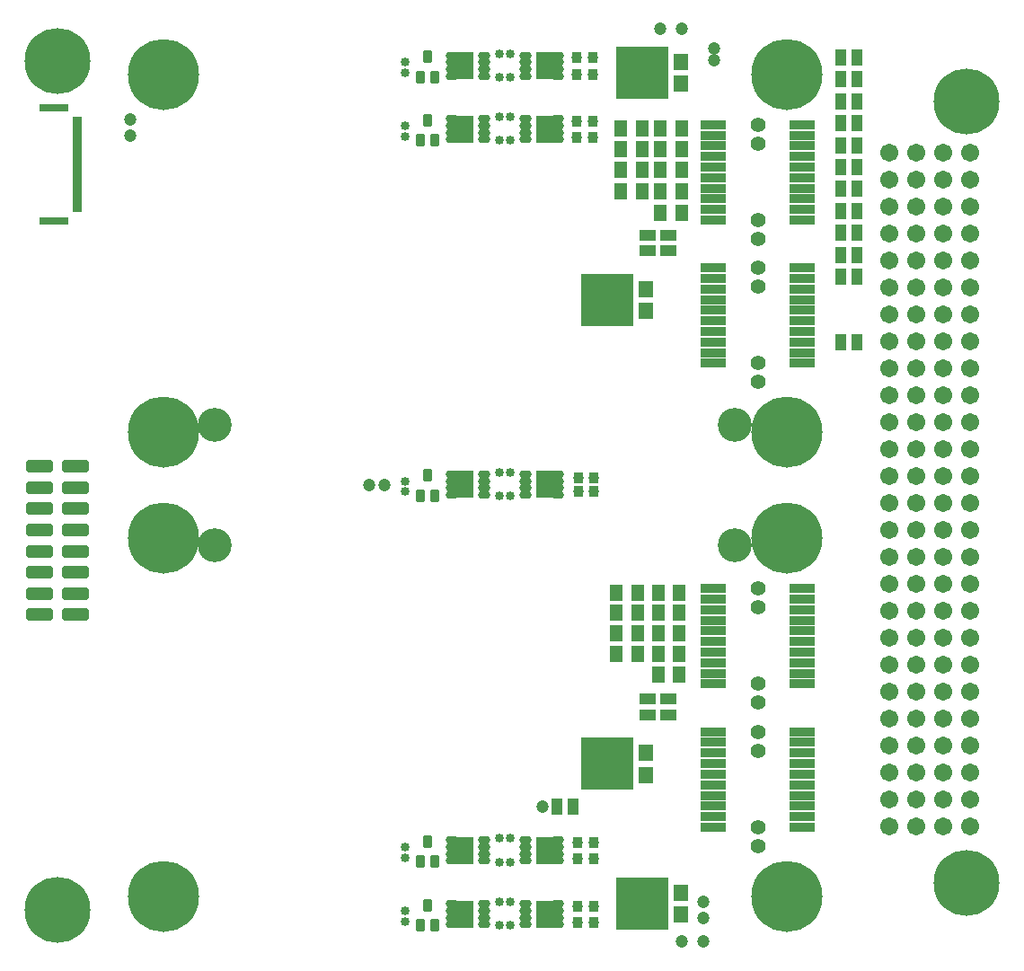
<source format=gbs>
G04 Layer_Color=16711935*
%FSLAX44Y44*%
%MOMM*%
G71*
G01*
G75*
%ADD63R,1.6032X1.0832*%
%ADD64R,0.9032X1.1032*%
%ADD65R,0.8032X0.8032*%
%ADD66R,0.8032X0.8032*%
%ADD67R,1.0832X1.6032*%
%ADD83R,2.4632X0.8132*%
%ADD87R,1.2032X1.5032*%
%ADD89C,3.2032*%
%ADD90C,1.3932*%
%ADD91C,1.7032*%
%ADD92C,6.2032*%
%ADD93C,6.7032*%
%ADD94C,1.2032*%
%ADD95C,1.0032*%
%ADD96C,0.8032*%
%ADD97R,0.9032X0.5032*%
%ADD98R,2.8032X0.8032*%
G04:AMPARAMS|DCode=99|XSize=2.5732mm|YSize=1.2032mm|CornerRadius=0.3516mm|HoleSize=0mm|Usage=FLASHONLY|Rotation=180.000|XOffset=0mm|YOffset=0mm|HoleType=Round|Shape=RoundedRectangle|*
%AMROUNDEDRECTD99*
21,1,2.5732,0.5000,0,0,180.0*
21,1,1.8700,1.2032,0,0,180.0*
1,1,0.7032,-0.9350,0.2500*
1,1,0.7032,0.9350,0.2500*
1,1,0.7032,0.9350,-0.2500*
1,1,0.7032,-0.9350,-0.2500*
%
%ADD99ROUNDEDRECTD99*%
G04:AMPARAMS|DCode=100|XSize=0.6532mm|YSize=1.1032mm|CornerRadius=0.2141mm|HoleSize=0mm|Usage=FLASHONLY|Rotation=90.000|XOffset=0mm|YOffset=0mm|HoleType=Round|Shape=RoundedRectangle|*
%AMROUNDEDRECTD100*
21,1,0.6532,0.6750,0,0,90.0*
21,1,0.2250,1.1032,0,0,90.0*
1,1,0.4282,0.3375,0.1125*
1,1,0.4282,0.3375,-0.1125*
1,1,0.4282,-0.3375,-0.1125*
1,1,0.4282,-0.3375,0.1125*
%
%ADD100ROUNDEDRECTD100*%
%ADD101R,1.9032X2.6032*%
G04:AMPARAMS|DCode=102|XSize=0.9032mm|YSize=1.1032mm|CornerRadius=0.1366mm|HoleSize=0mm|Usage=FLASHONLY|Rotation=180.000|XOffset=0mm|YOffset=0mm|HoleType=Round|Shape=RoundedRectangle|*
%AMROUNDEDRECTD102*
21,1,0.9032,0.8300,0,0,180.0*
21,1,0.6300,1.1032,0,0,180.0*
1,1,0.2732,-0.3150,0.4150*
1,1,0.2732,0.3150,0.4150*
1,1,0.2732,0.3150,-0.4150*
1,1,0.2732,-0.3150,-0.4150*
%
%ADD102ROUNDEDRECTD102*%
%ADD103R,4.9532X5.0032*%
%ADD104R,1.4732X1.6032*%
D63*
X488000Y236000D02*
D03*
Y221000D02*
D03*
X507000Y236000D02*
D03*
Y221000D02*
D03*
X488000Y-201250D02*
D03*
Y-216250D02*
D03*
X507000Y-201250D02*
D03*
Y-216250D02*
D03*
D64*
X420750Y343250D02*
D03*
X435750D02*
D03*
X420750Y327750D02*
D03*
X435750D02*
D03*
X420750Y403250D02*
D03*
X435750D02*
D03*
X420750Y387500D02*
D03*
X435750D02*
D03*
X422000Y-411750D02*
D03*
X437000D02*
D03*
Y-396750D02*
D03*
X422000D02*
D03*
Y-336750D02*
D03*
X437000D02*
D03*
Y-351750D02*
D03*
X422000D02*
D03*
X437239Y-5500D02*
D03*
X422239D02*
D03*
X422250Y7125D02*
D03*
X437250D02*
D03*
D65*
X259500Y-6000D02*
D03*
Y4000D02*
D03*
Y398750D02*
D03*
Y388750D02*
D03*
Y-411000D02*
D03*
Y-401000D02*
D03*
Y339000D02*
D03*
Y329000D02*
D03*
Y-351000D02*
D03*
Y-341000D02*
D03*
D66*
X358000Y-10000D02*
D03*
X348000D02*
D03*
Y384750D02*
D03*
X358000D02*
D03*
Y-415000D02*
D03*
X348000D02*
D03*
Y325000D02*
D03*
X358000D02*
D03*
Y-355000D02*
D03*
X348000D02*
D03*
Y12250D02*
D03*
X358000D02*
D03*
Y407000D02*
D03*
X348000D02*
D03*
Y-392750D02*
D03*
X358000D02*
D03*
Y347250D02*
D03*
X348000D02*
D03*
Y-332750D02*
D03*
X358000D02*
D03*
D67*
X402250Y-303000D02*
D03*
X417250D02*
D03*
X669750Y341288D02*
D03*
X684750D02*
D03*
X684750Y279327D02*
D03*
X669750D02*
D03*
X684750Y258673D02*
D03*
X669750D02*
D03*
X669750Y238019D02*
D03*
X684750D02*
D03*
X669750Y299981D02*
D03*
X684750D02*
D03*
X684750Y361942D02*
D03*
X669750D02*
D03*
X684750Y403250D02*
D03*
X669750D02*
D03*
X684750Y382596D02*
D03*
X669750D02*
D03*
X669750Y320634D02*
D03*
X684750D02*
D03*
X684750Y196712D02*
D03*
X669750D02*
D03*
X669750Y217365D02*
D03*
X684750D02*
D03*
X684750Y134750D02*
D03*
X669750D02*
D03*
D83*
X633550Y-322300D02*
D03*
Y-312300D02*
D03*
Y-302300D02*
D03*
Y-292300D02*
D03*
Y-282300D02*
D03*
Y-272300D02*
D03*
Y-262300D02*
D03*
Y-252300D02*
D03*
Y-242300D02*
D03*
Y-232300D02*
D03*
X549750D02*
D03*
Y-242300D02*
D03*
Y-252300D02*
D03*
Y-262300D02*
D03*
Y-272300D02*
D03*
Y-282300D02*
D03*
Y-292300D02*
D03*
Y-302300D02*
D03*
Y-312300D02*
D03*
Y-322300D02*
D03*
X633550Y115000D02*
D03*
Y125000D02*
D03*
Y135000D02*
D03*
Y145000D02*
D03*
Y155000D02*
D03*
Y165000D02*
D03*
Y175000D02*
D03*
Y185000D02*
D03*
Y195000D02*
D03*
Y205000D02*
D03*
X549750D02*
D03*
Y195000D02*
D03*
Y185000D02*
D03*
Y175000D02*
D03*
Y165000D02*
D03*
Y155000D02*
D03*
Y145000D02*
D03*
Y135000D02*
D03*
Y125000D02*
D03*
Y115000D02*
D03*
X633550Y250000D02*
D03*
Y260000D02*
D03*
Y270000D02*
D03*
Y280000D02*
D03*
Y290000D02*
D03*
Y300000D02*
D03*
Y310000D02*
D03*
Y320000D02*
D03*
Y330000D02*
D03*
Y340000D02*
D03*
X549750D02*
D03*
Y330000D02*
D03*
Y320000D02*
D03*
Y310000D02*
D03*
Y300000D02*
D03*
Y290000D02*
D03*
Y280000D02*
D03*
Y270000D02*
D03*
Y260000D02*
D03*
Y250000D02*
D03*
Y-187300D02*
D03*
Y-177300D02*
D03*
Y-167300D02*
D03*
Y-157300D02*
D03*
Y-147300D02*
D03*
Y-137300D02*
D03*
Y-127300D02*
D03*
Y-117300D02*
D03*
Y-107300D02*
D03*
Y-97300D02*
D03*
X633550D02*
D03*
Y-107300D02*
D03*
Y-117300D02*
D03*
Y-127300D02*
D03*
Y-137300D02*
D03*
Y-147300D02*
D03*
Y-157300D02*
D03*
Y-167300D02*
D03*
Y-177300D02*
D03*
Y-187300D02*
D03*
D87*
X497750Y-120417D02*
D03*
X517750D02*
D03*
X497750Y-101250D02*
D03*
X517750D02*
D03*
X497750Y-139583D02*
D03*
X517750D02*
D03*
X497750Y-178750D02*
D03*
X517750D02*
D03*
X497750Y-158750D02*
D03*
X517750D02*
D03*
X458500Y-101250D02*
D03*
X478500D02*
D03*
X458500Y-120417D02*
D03*
X478500D02*
D03*
X458500Y-158750D02*
D03*
X478500D02*
D03*
X458500Y-139583D02*
D03*
X478500D02*
D03*
X499750Y316833D02*
D03*
X519750D02*
D03*
X462500Y297167D02*
D03*
X482500D02*
D03*
X499750Y277500D02*
D03*
X519750D02*
D03*
X499750Y336500D02*
D03*
X519750D02*
D03*
X499750Y256750D02*
D03*
X519750D02*
D03*
X499750Y297167D02*
D03*
X519750D02*
D03*
X462500Y316833D02*
D03*
X482500D02*
D03*
X462500Y277500D02*
D03*
X482500D02*
D03*
X462500Y336500D02*
D03*
X482500D02*
D03*
D89*
X80000Y-56650D02*
D03*
X570000D02*
D03*
X80000Y56650D02*
D03*
X570000D02*
D03*
D90*
X591650Y-340000D02*
D03*
Y-250000D02*
D03*
Y205000D02*
D03*
Y115000D02*
D03*
Y-232300D02*
D03*
Y-322300D02*
D03*
Y97300D02*
D03*
Y187300D02*
D03*
Y232300D02*
D03*
Y322300D02*
D03*
Y-205000D02*
D03*
Y-115000D02*
D03*
Y340000D02*
D03*
Y250000D02*
D03*
Y-187300D02*
D03*
Y-97300D02*
D03*
D91*
X766710Y313440D02*
D03*
X792110D02*
D03*
X766710Y288040D02*
D03*
X792110D02*
D03*
X766710Y262640D02*
D03*
X792110D02*
D03*
X766710Y237240D02*
D03*
X792110D02*
D03*
X766710Y211840D02*
D03*
X792110D02*
D03*
X766710Y186440D02*
D03*
X792110D02*
D03*
X766710Y161040D02*
D03*
X792110D02*
D03*
X766710Y135640D02*
D03*
X792110D02*
D03*
X766710Y110240D02*
D03*
X792110D02*
D03*
X766710Y84840D02*
D03*
X792110D02*
D03*
X766710Y59440D02*
D03*
X792110D02*
D03*
X766710Y34040D02*
D03*
X792110D02*
D03*
X766710Y8640D02*
D03*
X792110D02*
D03*
X766710Y-16760D02*
D03*
X792110D02*
D03*
X766710Y-42160D02*
D03*
X792110D02*
D03*
X766710Y-67560D02*
D03*
X792110D02*
D03*
X766710Y-92960D02*
D03*
X792110D02*
D03*
X766710Y-118360D02*
D03*
X792110D02*
D03*
X766710Y-143760D02*
D03*
X792110D02*
D03*
X766710Y-169160D02*
D03*
X792110D02*
D03*
X766710Y-194560D02*
D03*
X792110D02*
D03*
X766710Y-219960D02*
D03*
X792110D02*
D03*
X766710Y-245360D02*
D03*
X792110D02*
D03*
X766710Y-270760D02*
D03*
X792110D02*
D03*
X766710Y-296160D02*
D03*
X792110D02*
D03*
X766710Y-321560D02*
D03*
X792110D02*
D03*
X741310D02*
D03*
X715910D02*
D03*
X741310Y-296160D02*
D03*
X715910D02*
D03*
X741310Y-270760D02*
D03*
X715910D02*
D03*
X741310Y-245360D02*
D03*
X715910D02*
D03*
X741310Y-219960D02*
D03*
X715910D02*
D03*
X741310Y-194560D02*
D03*
X715910D02*
D03*
X741310Y-169160D02*
D03*
X715910D02*
D03*
X741310Y-143760D02*
D03*
X715910D02*
D03*
X741310Y-118360D02*
D03*
X715910D02*
D03*
X741310Y-92960D02*
D03*
X715910D02*
D03*
X741310Y-67560D02*
D03*
X715910D02*
D03*
X741310Y-42160D02*
D03*
X715910D02*
D03*
X741310Y-16760D02*
D03*
X715910D02*
D03*
X741310Y8640D02*
D03*
X715910D02*
D03*
X741310Y34040D02*
D03*
X715910D02*
D03*
X741310Y59440D02*
D03*
X715910D02*
D03*
X741310Y84840D02*
D03*
X715910D02*
D03*
X741310Y110240D02*
D03*
X715910D02*
D03*
X741310Y135640D02*
D03*
X715910D02*
D03*
X741310Y161040D02*
D03*
X715910D02*
D03*
X741310Y186440D02*
D03*
X715910D02*
D03*
X741310Y211840D02*
D03*
X715910D02*
D03*
X741310Y237240D02*
D03*
X715910D02*
D03*
X741310Y262640D02*
D03*
X715910D02*
D03*
X741310Y288040D02*
D03*
X715910D02*
D03*
X741310Y313440D02*
D03*
X715910D02*
D03*
D92*
X-68650Y-400000D02*
D03*
Y400100D02*
D03*
X788650Y-374600D02*
D03*
Y362000D02*
D03*
D93*
X31350Y-387300D02*
D03*
Y-50000D02*
D03*
Y50000D02*
D03*
Y387300D02*
D03*
X618650Y-50000D02*
D03*
Y50000D02*
D03*
Y387300D02*
D03*
Y-387300D02*
D03*
D94*
X540000Y-392500D02*
D03*
Y-407750D02*
D03*
X550750Y400500D02*
D03*
Y411750D02*
D03*
X388750Y-303000D02*
D03*
X0Y330000D02*
D03*
Y345000D02*
D03*
X520000Y430000D02*
D03*
X500000D02*
D03*
X540000Y-430000D02*
D03*
X520000D02*
D03*
X225000Y0D02*
D03*
X240000D02*
D03*
D95*
X314000Y399750D02*
D03*
Y389750D02*
D03*
X392250Y399750D02*
D03*
Y389750D02*
D03*
X314000Y340000D02*
D03*
Y330000D02*
D03*
X392250Y340000D02*
D03*
Y330000D02*
D03*
X314000Y5000D02*
D03*
Y-5000D02*
D03*
X392250Y5000D02*
D03*
Y-5000D02*
D03*
X314000Y-340000D02*
D03*
Y-350000D02*
D03*
X392250Y-340000D02*
D03*
Y-350000D02*
D03*
X435750Y343250D02*
D03*
Y327750D02*
D03*
X420750D02*
D03*
Y343250D02*
D03*
Y403250D02*
D03*
Y387500D02*
D03*
X435750D02*
D03*
Y403250D02*
D03*
X422000Y-336750D02*
D03*
X437000D02*
D03*
X507000Y221000D02*
D03*
Y236000D02*
D03*
X488000D02*
D03*
Y221000D02*
D03*
X402250Y-303000D02*
D03*
X417250Y-303000D02*
D03*
X437000Y-396750D02*
D03*
Y-411750D02*
D03*
X422000D02*
D03*
Y-396750D02*
D03*
Y-351750D02*
D03*
X437000D02*
D03*
X486500Y185150D02*
D03*
Y164350D02*
D03*
X519500Y378600D02*
D03*
Y399400D02*
D03*
X483500Y399000D02*
D03*
X483500Y379000D02*
D03*
X450500Y184750D02*
D03*
X450500Y164750D02*
D03*
X392250Y-410000D02*
D03*
Y-400000D02*
D03*
X314000Y-410000D02*
D03*
Y-400000D02*
D03*
X422250Y7125D02*
D03*
X422239Y-5500D02*
D03*
X437239D02*
D03*
X437250Y7125D02*
D03*
X483500Y-404500D02*
D03*
X450500Y-272500D02*
D03*
X487000Y-252100D02*
D03*
Y-272900D02*
D03*
X520000Y-404900D02*
D03*
Y-384100D02*
D03*
X450500Y-252500D02*
D03*
X483500Y-384500D02*
D03*
X488000Y-216250D02*
D03*
X507000D02*
D03*
Y-201250D02*
D03*
X488000D02*
D03*
X-85500Y-2020D02*
D03*
Y17980D02*
D03*
X-51800D02*
D03*
Y-2020D02*
D03*
Y-22020D02*
D03*
X-85500D02*
D03*
Y-42020D02*
D03*
X-51800D02*
D03*
Y-62020D02*
D03*
X-85500D02*
D03*
Y-82020D02*
D03*
X-51800D02*
D03*
Y-122020D02*
D03*
Y-102020D02*
D03*
X-85500D02*
D03*
Y-122020D02*
D03*
X684750Y403250D02*
D03*
X669750Y382596D02*
D03*
Y403250D02*
D03*
X684750Y361942D02*
D03*
X669750D02*
D03*
X669750Y341288D02*
D03*
X684750D02*
D03*
Y320634D02*
D03*
X669750D02*
D03*
Y299981D02*
D03*
X684750D02*
D03*
X684750Y279327D02*
D03*
X669750D02*
D03*
Y258673D02*
D03*
X684750D02*
D03*
X684750Y238019D02*
D03*
X669750D02*
D03*
Y217365D02*
D03*
X684750D02*
D03*
X684750Y196712D02*
D03*
X669750D02*
D03*
Y134750D02*
D03*
X684750D02*
D03*
Y382596D02*
D03*
D96*
X273750Y385000D02*
D03*
X259500Y388750D02*
D03*
X286750Y385000D02*
D03*
X259500Y398750D02*
D03*
X358000Y384750D02*
D03*
X348000Y407000D02*
D03*
X280250Y404000D02*
D03*
X358000Y407000D02*
D03*
X348000Y384750D02*
D03*
X273750Y325250D02*
D03*
X259500Y329000D02*
D03*
X286750Y325250D02*
D03*
X259500Y339000D02*
D03*
X358000Y325000D02*
D03*
X348000Y347250D02*
D03*
X280250Y344250D02*
D03*
X358000Y347250D02*
D03*
X348000Y325000D02*
D03*
X273750Y-9750D02*
D03*
X259500Y-6000D02*
D03*
X286750Y-9750D02*
D03*
X259500Y4000D02*
D03*
X358000Y-10000D02*
D03*
X348000Y12250D02*
D03*
X280250Y9250D02*
D03*
X358000Y12250D02*
D03*
X348000Y-10000D02*
D03*
X273750Y-354750D02*
D03*
X259500Y-351000D02*
D03*
X286750Y-354750D02*
D03*
X259500Y-341000D02*
D03*
X358000Y-355000D02*
D03*
X348000Y-332750D02*
D03*
X280250Y-335750D02*
D03*
X358000Y-332750D02*
D03*
X348000Y-355000D02*
D03*
X280250Y-395750D02*
D03*
X259500Y-401000D02*
D03*
Y-411000D02*
D03*
X273750Y-414750D02*
D03*
X286750D02*
D03*
X358000Y-415000D02*
D03*
X348000D02*
D03*
Y-392750D02*
D03*
X358000D02*
D03*
X633550Y340000D02*
D03*
Y330000D02*
D03*
Y320000D02*
D03*
Y310000D02*
D03*
Y300000D02*
D03*
Y290000D02*
D03*
Y280000D02*
D03*
Y270000D02*
D03*
Y260000D02*
D03*
Y250000D02*
D03*
X549750D02*
D03*
Y260000D02*
D03*
Y270000D02*
D03*
Y280000D02*
D03*
Y290000D02*
D03*
Y300000D02*
D03*
Y310000D02*
D03*
Y320000D02*
D03*
Y330000D02*
D03*
Y340000D02*
D03*
X633550Y205000D02*
D03*
Y195000D02*
D03*
Y185000D02*
D03*
Y175000D02*
D03*
Y165000D02*
D03*
Y155000D02*
D03*
Y145000D02*
D03*
Y135000D02*
D03*
Y125000D02*
D03*
Y115000D02*
D03*
X549750D02*
D03*
Y125000D02*
D03*
Y135000D02*
D03*
Y145000D02*
D03*
Y155000D02*
D03*
Y165000D02*
D03*
Y175000D02*
D03*
Y185000D02*
D03*
Y195000D02*
D03*
Y205000D02*
D03*
X633550Y-97300D02*
D03*
Y-107300D02*
D03*
Y-117300D02*
D03*
Y-127300D02*
D03*
Y-137300D02*
D03*
Y-147300D02*
D03*
Y-157300D02*
D03*
Y-167300D02*
D03*
Y-177300D02*
D03*
Y-187300D02*
D03*
X549750D02*
D03*
Y-177300D02*
D03*
Y-167300D02*
D03*
Y-157300D02*
D03*
Y-147300D02*
D03*
Y-137300D02*
D03*
Y-127300D02*
D03*
Y-117300D02*
D03*
Y-107300D02*
D03*
Y-97300D02*
D03*
Y-232300D02*
D03*
Y-242300D02*
D03*
Y-252300D02*
D03*
Y-262300D02*
D03*
Y-272300D02*
D03*
Y-282300D02*
D03*
Y-292300D02*
D03*
Y-302300D02*
D03*
Y-312300D02*
D03*
Y-322300D02*
D03*
X633550D02*
D03*
Y-312300D02*
D03*
Y-302300D02*
D03*
Y-292300D02*
D03*
Y-282300D02*
D03*
Y-272300D02*
D03*
Y-262300D02*
D03*
Y-252300D02*
D03*
Y-242300D02*
D03*
Y-232300D02*
D03*
X517750Y-178750D02*
D03*
Y-158750D02*
D03*
Y-139583D02*
D03*
Y-120417D02*
D03*
Y-101250D02*
D03*
X497750D02*
D03*
Y-120417D02*
D03*
Y-139583D02*
D03*
Y-158750D02*
D03*
Y-178750D02*
D03*
X478500Y-158750D02*
D03*
Y-139583D02*
D03*
Y-120417D02*
D03*
Y-101250D02*
D03*
X458500D02*
D03*
Y-120417D02*
D03*
Y-139583D02*
D03*
Y-158750D02*
D03*
X519750Y256750D02*
D03*
Y277500D02*
D03*
Y297167D02*
D03*
Y316833D02*
D03*
Y336500D02*
D03*
X499750D02*
D03*
Y316833D02*
D03*
Y297167D02*
D03*
Y277500D02*
D03*
Y256750D02*
D03*
X482500Y277500D02*
D03*
Y297167D02*
D03*
X482750Y319500D02*
D03*
X482500Y336500D02*
D03*
X462500D02*
D03*
Y316833D02*
D03*
Y297167D02*
D03*
Y277500D02*
D03*
D97*
X-50000Y305000D02*
D03*
Y300000D02*
D03*
Y295000D02*
D03*
Y290000D02*
D03*
Y285000D02*
D03*
Y280000D02*
D03*
Y275000D02*
D03*
Y270000D02*
D03*
Y265000D02*
D03*
Y260000D02*
D03*
Y310000D02*
D03*
Y315000D02*
D03*
Y320000D02*
D03*
Y325000D02*
D03*
Y330000D02*
D03*
Y335000D02*
D03*
Y340000D02*
D03*
Y345000D02*
D03*
D98*
X-72000Y356000D02*
D03*
Y249000D02*
D03*
D99*
X-51800Y17980D02*
D03*
X-85500D02*
D03*
Y-2020D02*
D03*
X-51800D02*
D03*
X-85500Y-22020D02*
D03*
X-51800D02*
D03*
X-85500Y-42020D02*
D03*
X-51800D02*
D03*
X-85500Y-62020D02*
D03*
X-51800D02*
D03*
X-85500Y-82020D02*
D03*
X-51800D02*
D03*
X-85500Y-102020D02*
D03*
X-51800D02*
D03*
X-85500Y-122020D02*
D03*
X-51800D02*
D03*
D100*
X333750Y10500D02*
D03*
Y4000D02*
D03*
Y-2500D02*
D03*
Y-9000D02*
D03*
X303250D02*
D03*
Y-2500D02*
D03*
Y4000D02*
D03*
Y10500D02*
D03*
Y405250D02*
D03*
Y398750D02*
D03*
Y392250D02*
D03*
Y385750D02*
D03*
X333750D02*
D03*
Y392250D02*
D03*
Y398750D02*
D03*
Y405250D02*
D03*
Y-394500D02*
D03*
Y-401000D02*
D03*
Y-407500D02*
D03*
Y-414000D02*
D03*
X303250D02*
D03*
Y-407500D02*
D03*
Y-401000D02*
D03*
Y-394500D02*
D03*
Y345500D02*
D03*
Y339000D02*
D03*
Y332500D02*
D03*
Y326000D02*
D03*
X333750D02*
D03*
Y332500D02*
D03*
Y339000D02*
D03*
Y345500D02*
D03*
Y-334500D02*
D03*
Y-341000D02*
D03*
Y-347500D02*
D03*
Y-354000D02*
D03*
X303250D02*
D03*
Y-347500D02*
D03*
Y-341000D02*
D03*
Y-334500D02*
D03*
X403000Y-9000D02*
D03*
Y-2500D02*
D03*
Y4000D02*
D03*
Y10500D02*
D03*
X372500D02*
D03*
Y4000D02*
D03*
Y-2500D02*
D03*
Y-9000D02*
D03*
Y385750D02*
D03*
Y392250D02*
D03*
Y398750D02*
D03*
Y405250D02*
D03*
X403000D02*
D03*
Y398750D02*
D03*
Y392250D02*
D03*
Y385750D02*
D03*
Y-414000D02*
D03*
Y-407500D02*
D03*
Y-401000D02*
D03*
Y-394500D02*
D03*
X372500D02*
D03*
Y-401000D02*
D03*
Y-407500D02*
D03*
Y-414000D02*
D03*
Y326000D02*
D03*
Y332500D02*
D03*
Y339000D02*
D03*
Y345500D02*
D03*
X403000D02*
D03*
Y339000D02*
D03*
Y332500D02*
D03*
Y326000D02*
D03*
Y-354000D02*
D03*
Y-347500D02*
D03*
Y-341000D02*
D03*
Y-334500D02*
D03*
X372500D02*
D03*
Y-341000D02*
D03*
Y-347500D02*
D03*
Y-354000D02*
D03*
D101*
X314000Y750D02*
D03*
Y395500D02*
D03*
Y-404250D02*
D03*
Y335750D02*
D03*
Y-344250D02*
D03*
X392250Y750D02*
D03*
Y395500D02*
D03*
Y-404250D02*
D03*
Y335750D02*
D03*
Y-344250D02*
D03*
D102*
X286750Y385000D02*
D03*
X273750D02*
D03*
X280250Y404000D02*
D03*
X286750Y325250D02*
D03*
X273750D02*
D03*
X280250Y344250D02*
D03*
X286750Y-9750D02*
D03*
X273750D02*
D03*
X280250Y9250D02*
D03*
X286750Y-354750D02*
D03*
X273750D02*
D03*
X280250Y-335750D02*
D03*
X286750Y-414750D02*
D03*
X273750D02*
D03*
X280250Y-395750D02*
D03*
D103*
X450000Y174750D02*
D03*
Y-262500D02*
D03*
X483000Y389000D02*
D03*
Y-394500D02*
D03*
D104*
X486500Y185150D02*
D03*
Y164350D02*
D03*
Y-252100D02*
D03*
Y-272900D02*
D03*
X519500Y399400D02*
D03*
Y378600D02*
D03*
Y-384100D02*
D03*
Y-404900D02*
D03*
M02*

</source>
